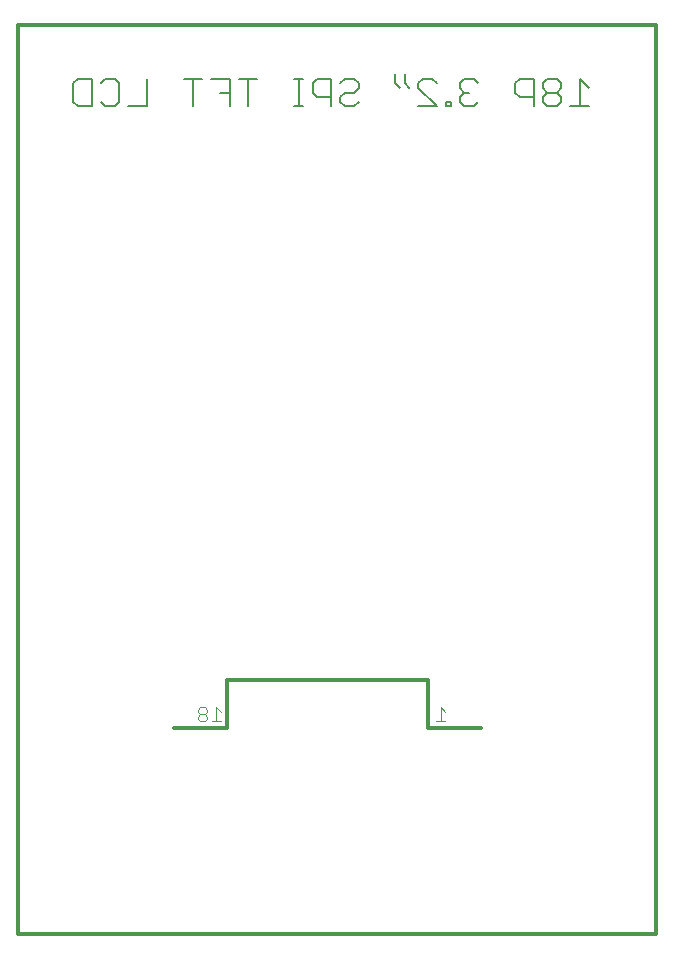
<source format=gbo>
G75*
%MOIN*%
%OFA0B0*%
%FSLAX25Y25*%
%IPPOS*%
%LPD*%
%AMOC8*
5,1,8,0,0,1.08239X$1,22.5*
%
%ADD10C,0.00400*%
%ADD11C,0.01200*%
%ADD12C,0.00800*%
D10*
X0068038Y0093157D02*
X0069573Y0093157D01*
X0070340Y0093924D01*
X0070340Y0094691D01*
X0069573Y0095459D01*
X0068038Y0095459D01*
X0067271Y0094691D01*
X0067271Y0093924D01*
X0068038Y0093157D01*
X0068038Y0095459D02*
X0067271Y0096226D01*
X0067271Y0096993D01*
X0068038Y0097761D01*
X0069573Y0097761D01*
X0070340Y0096993D01*
X0070340Y0096226D01*
X0069573Y0095459D01*
X0071875Y0093157D02*
X0074944Y0093157D01*
X0073409Y0093157D02*
X0073409Y0097761D01*
X0074944Y0096226D01*
X0146678Y0093157D02*
X0149747Y0093157D01*
X0148212Y0093157D02*
X0148212Y0097761D01*
X0149747Y0096226D01*
D11*
X0219908Y0022091D02*
X0007309Y0022091D01*
X0007309Y0325240D01*
X0219908Y0325240D01*
X0219908Y0022091D01*
X0161758Y0090988D02*
X0144041Y0090988D01*
X0144041Y0106736D01*
X0077112Y0106736D01*
X0077112Y0090988D01*
X0059396Y0090988D01*
D12*
X0065633Y0298081D02*
X0065633Y0307289D01*
X0068702Y0307289D02*
X0062564Y0307289D01*
X0071771Y0307289D02*
X0077910Y0307289D01*
X0077910Y0298081D01*
X0077910Y0302685D02*
X0074841Y0302685D01*
X0080979Y0307289D02*
X0087118Y0307289D01*
X0084049Y0307289D02*
X0084049Y0298081D01*
X0099395Y0298081D02*
X0102464Y0298081D01*
X0100930Y0298081D02*
X0100930Y0307289D01*
X0102464Y0307289D02*
X0099395Y0307289D01*
X0105534Y0305754D02*
X0105534Y0302685D01*
X0107068Y0301150D01*
X0111672Y0301150D01*
X0111672Y0298081D02*
X0111672Y0307289D01*
X0107068Y0307289D01*
X0105534Y0305754D01*
X0114742Y0305754D02*
X0116276Y0307289D01*
X0119345Y0307289D01*
X0120880Y0305754D01*
X0120880Y0304220D01*
X0119345Y0302685D01*
X0116276Y0302685D01*
X0114742Y0301150D01*
X0114742Y0299616D01*
X0116276Y0298081D01*
X0119345Y0298081D01*
X0120880Y0299616D01*
X0133157Y0305754D02*
X0134692Y0304220D01*
X0136227Y0305754D02*
X0137761Y0304220D01*
X0136227Y0305754D02*
X0136227Y0308824D01*
X0133157Y0308824D02*
X0133157Y0305754D01*
X0140830Y0305754D02*
X0142365Y0307289D01*
X0145434Y0307289D01*
X0146969Y0305754D01*
X0150038Y0299616D02*
X0150038Y0298081D01*
X0151573Y0298081D01*
X0151573Y0299616D01*
X0150038Y0299616D01*
X0146969Y0298081D02*
X0140830Y0304220D01*
X0140830Y0305754D01*
X0140830Y0298081D02*
X0146969Y0298081D01*
X0154642Y0299616D02*
X0156177Y0298081D01*
X0159246Y0298081D01*
X0160781Y0299616D01*
X0157712Y0302685D02*
X0156177Y0302685D01*
X0154642Y0301150D01*
X0154642Y0299616D01*
X0156177Y0302685D02*
X0154642Y0304220D01*
X0154642Y0305754D01*
X0156177Y0307289D01*
X0159246Y0307289D01*
X0160781Y0305754D01*
X0173058Y0305754D02*
X0173058Y0302685D01*
X0174593Y0301150D01*
X0179197Y0301150D01*
X0179197Y0298081D02*
X0179197Y0307289D01*
X0174593Y0307289D01*
X0173058Y0305754D01*
X0182266Y0305754D02*
X0182266Y0304220D01*
X0183800Y0302685D01*
X0186870Y0302685D01*
X0188404Y0304220D01*
X0188404Y0305754D01*
X0186870Y0307289D01*
X0183800Y0307289D01*
X0182266Y0305754D01*
X0183800Y0302685D02*
X0182266Y0301150D01*
X0182266Y0299616D01*
X0183800Y0298081D01*
X0186870Y0298081D01*
X0188404Y0299616D01*
X0188404Y0301150D01*
X0186870Y0302685D01*
X0191474Y0298081D02*
X0197612Y0298081D01*
X0194543Y0298081D02*
X0194543Y0307289D01*
X0197612Y0304220D01*
X0050286Y0307289D02*
X0050286Y0298081D01*
X0044148Y0298081D01*
X0041079Y0299616D02*
X0039544Y0298081D01*
X0036475Y0298081D01*
X0034940Y0299616D01*
X0031871Y0298081D02*
X0027267Y0298081D01*
X0025732Y0299616D01*
X0025732Y0305754D01*
X0027267Y0307289D01*
X0031871Y0307289D01*
X0031871Y0298081D01*
X0034940Y0305754D02*
X0036475Y0307289D01*
X0039544Y0307289D01*
X0041079Y0305754D01*
X0041079Y0299616D01*
M02*

</source>
